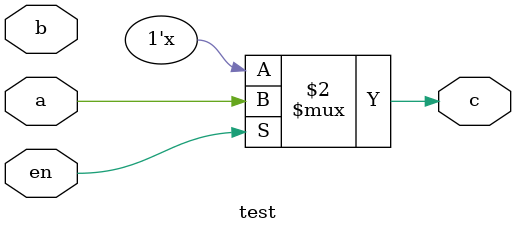
<source format=v>
module test (input en, input a, input b, output c);
    wire [15:0] add0_res = a + b;
    assign #(15:20:30) c = (en) ? a : 1'bz;
endmodule

</source>
